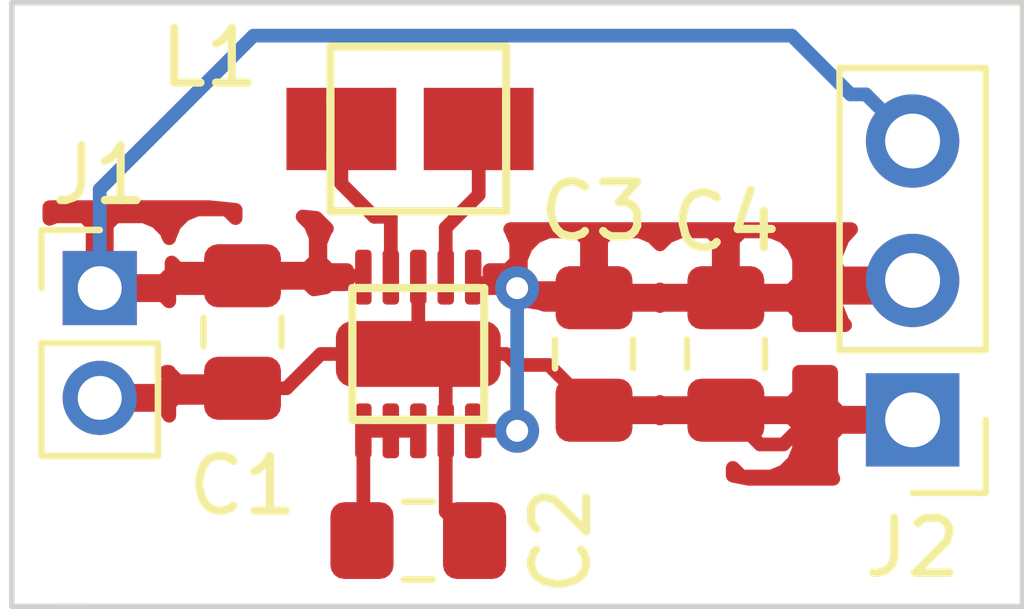
<source format=kicad_pcb>
(kicad_pcb (version 20171130) (host pcbnew 5.0.2+dfsg1-1~bpo9+1)

  (general
    (thickness 1.6)
    (drawings 6)
    (tracks 54)
    (zones 0)
    (modules 8)
    (nets 7)
  )

  (page A4)
  (layers
    (0 F.Cu signal)
    (31 B.Cu signal)
    (32 B.Adhes user)
    (33 F.Adhes user)
    (34 B.Paste user)
    (35 F.Paste user)
    (36 B.SilkS user)
    (37 F.SilkS user)
    (38 B.Mask user)
    (39 F.Mask user)
    (40 Dwgs.User user)
    (41 Cmts.User user)
    (42 Eco1.User user)
    (43 Eco2.User user)
    (44 Edge.Cuts user)
    (45 Margin user)
    (46 B.CrtYd user)
    (47 F.CrtYd user)
    (48 B.Fab user)
    (49 F.Fab user)
  )

  (setup
    (last_trace_width 0.25)
    (trace_clearance 0.2)
    (zone_clearance 0.508)
    (zone_45_only no)
    (trace_min 0.2)
    (segment_width 0.2)
    (edge_width 0.1)
    (via_size 0.8)
    (via_drill 0.4)
    (via_min_size 0.4)
    (via_min_drill 0.3)
    (uvia_size 0.3)
    (uvia_drill 0.1)
    (uvias_allowed no)
    (uvia_min_size 0.2)
    (uvia_min_drill 0.1)
    (pcb_text_width 0.3)
    (pcb_text_size 1.5 1.5)
    (mod_edge_width 0.15)
    (mod_text_size 1 1)
    (mod_text_width 0.15)
    (pad_size 1.5 1.5)
    (pad_drill 0.6)
    (pad_to_mask_clearance 0)
    (aux_axis_origin 0 0)
    (visible_elements FFFFFF7F)
    (pcbplotparams
      (layerselection 0x010fc_ffffffff)
      (usegerberextensions false)
      (usegerberattributes false)
      (usegerberadvancedattributes false)
      (creategerberjobfile false)
      (excludeedgelayer true)
      (linewidth 0.100000)
      (plotframeref false)
      (viasonmask false)
      (mode 1)
      (useauxorigin false)
      (hpglpennumber 1)
      (hpglpenspeed 20)
      (hpglpendiameter 15.000000)
      (psnegative false)
      (psa4output false)
      (plotreference true)
      (plotvalue true)
      (plotinvisibletext false)
      (padsonsilk false)
      (subtractmaskfromsilk false)
      (outputformat 1)
      (mirror false)
      (drillshape 1)
      (scaleselection 1)
      (outputdirectory ""))
  )

  (net 0 "")
  (net 1 GND)
  (net 2 "Net-(C3-Pad1)")
  (net 3 "Net-(C2-Pad1)")
  (net 4 "Net-(L1-Pad2)")
  (net 5 "Net-(L1-Pad1)")
  (net 6 VBAT)

  (net_class Default "This is the default net class."
    (clearance 0.2)
    (trace_width 0.25)
    (via_dia 0.8)
    (via_drill 0.4)
    (uvia_dia 0.3)
    (uvia_drill 0.1)
    (add_net GND)
    (add_net "Net-(C2-Pad1)")
    (add_net "Net-(C3-Pad1)")
    (add_net "Net-(L1-Pad1)")
    (add_net "Net-(L1-Pad2)")
    (add_net VBAT)
  )

  (module Capacitor_SMD:C_0805_2012Metric_Pad1.15x1.40mm_HandSolder (layer F.Cu) (tedit 5EDFA650) (tstamp 5EEC166B)
    (at 170.2 121.2 270)
    (descr "Capacitor SMD 0805 (2012 Metric), square (rectangular) end terminal, IPC_7351 nominal with elongated pad for handsoldering. (Body size source: https://docs.google.com/spreadsheets/d/1BsfQQcO9C6DZCsRaXUlFlo91Tg2WpOkGARC1WS5S8t0/edit?usp=sharing), generated with kicad-footprint-generator")
    (tags "capacitor handsolder")
    (path /5EDCA270)
    (attr smd)
    (fp_text reference C4 (at -2.4 0) (layer F.SilkS)
      (effects (font (size 1 1) (thickness 0.15)))
    )
    (fp_text value 10uF (at 0 1.65 270) (layer F.Fab) hide
      (effects (font (size 1 1) (thickness 0.15)))
    )
    (fp_text user %R (at 0 0 270) (layer F.Fab)
      (effects (font (size 0.5 0.5) (thickness 0.08)))
    )
    (fp_line (start 1.85 0.95) (end -1.85 0.95) (layer F.CrtYd) (width 0.05))
    (fp_line (start 1.85 -0.95) (end 1.85 0.95) (layer F.CrtYd) (width 0.05))
    (fp_line (start -1.85 -0.95) (end 1.85 -0.95) (layer F.CrtYd) (width 0.05))
    (fp_line (start -1.85 0.95) (end -1.85 -0.95) (layer F.CrtYd) (width 0.05))
    (fp_line (start -0.261252 0.71) (end 0.261252 0.71) (layer F.SilkS) (width 0.12))
    (fp_line (start -0.261252 -0.71) (end 0.261252 -0.71) (layer F.SilkS) (width 0.12))
    (fp_line (start 1 0.6) (end -1 0.6) (layer F.Fab) (width 0.1))
    (fp_line (start 1 -0.6) (end 1 0.6) (layer F.Fab) (width 0.1))
    (fp_line (start -1 -0.6) (end 1 -0.6) (layer F.Fab) (width 0.1))
    (fp_line (start -1 0.6) (end -1 -0.6) (layer F.Fab) (width 0.1))
    (pad 2 smd roundrect (at 1.025 0 270) (size 1.15 1.4) (layers F.Cu F.Paste F.Mask) (roundrect_rratio 0.217391)
      (net 1 GND))
    (pad 1 smd roundrect (at -1.025 0 270) (size 1.15 1.4) (layers F.Cu F.Paste F.Mask) (roundrect_rratio 0.217391)
      (net 2 "Net-(C3-Pad1)"))
    (model ${KISYS3DMOD}/Capacitor_SMD.3dshapes/C_0805_2012Metric.wrl
      (at (xyz 0 0 0))
      (scale (xyz 1 1 1))
      (rotate (xyz 0 0 0))
    )
  )

  (module Capacitor_SMD:C_0805_2012Metric_Pad1.15x1.40mm_HandSolder (layer F.Cu) (tedit 5EDFA64A) (tstamp 5EEC165A)
    (at 167.8 121.2 270)
    (descr "Capacitor SMD 0805 (2012 Metric), square (rectangular) end terminal, IPC_7351 nominal with elongated pad for handsoldering. (Body size source: https://docs.google.com/spreadsheets/d/1BsfQQcO9C6DZCsRaXUlFlo91Tg2WpOkGARC1WS5S8t0/edit?usp=sharing), generated with kicad-footprint-generator")
    (tags "capacitor handsolder")
    (path /5EDCA228)
    (attr smd)
    (fp_text reference C3 (at -2.6 0) (layer F.SilkS)
      (effects (font (size 1 1) (thickness 0.15)))
    )
    (fp_text value 10uF (at 0 1.65 270) (layer F.Fab) hide
      (effects (font (size 1 1) (thickness 0.15)))
    )
    (fp_line (start -1 0.6) (end -1 -0.6) (layer F.Fab) (width 0.1))
    (fp_line (start -1 -0.6) (end 1 -0.6) (layer F.Fab) (width 0.1))
    (fp_line (start 1 -0.6) (end 1 0.6) (layer F.Fab) (width 0.1))
    (fp_line (start 1 0.6) (end -1 0.6) (layer F.Fab) (width 0.1))
    (fp_line (start -0.261252 -0.71) (end 0.261252 -0.71) (layer F.SilkS) (width 0.12))
    (fp_line (start -0.261252 0.71) (end 0.261252 0.71) (layer F.SilkS) (width 0.12))
    (fp_line (start -1.85 0.95) (end -1.85 -0.95) (layer F.CrtYd) (width 0.05))
    (fp_line (start -1.85 -0.95) (end 1.85 -0.95) (layer F.CrtYd) (width 0.05))
    (fp_line (start 1.85 -0.95) (end 1.85 0.95) (layer F.CrtYd) (width 0.05))
    (fp_line (start 1.85 0.95) (end -1.85 0.95) (layer F.CrtYd) (width 0.05))
    (fp_text user %R (at 0 0 270) (layer F.Fab)
      (effects (font (size 0.5 0.5) (thickness 0.08)))
    )
    (pad 1 smd roundrect (at -1.025 0 270) (size 1.15 1.4) (layers F.Cu F.Paste F.Mask) (roundrect_rratio 0.217391)
      (net 2 "Net-(C3-Pad1)"))
    (pad 2 smd roundrect (at 1.025 0 270) (size 1.15 1.4) (layers F.Cu F.Paste F.Mask) (roundrect_rratio 0.217391)
      (net 1 GND))
    (model ${KISYS3DMOD}/Capacitor_SMD.3dshapes/C_0805_2012Metric.wrl
      (at (xyz 0 0 0))
      (scale (xyz 1 1 1))
      (rotate (xyz 0 0 0))
    )
  )

  (module Capacitor_SMD:C_0805_2012Metric_Pad1.15x1.40mm_HandSolder (layer F.Cu) (tedit 5EDFA65C) (tstamp 5EEC1649)
    (at 164.6 124.6)
    (descr "Capacitor SMD 0805 (2012 Metric), square (rectangular) end terminal, IPC_7351 nominal with elongated pad for handsoldering. (Body size source: https://docs.google.com/spreadsheets/d/1BsfQQcO9C6DZCsRaXUlFlo91Tg2WpOkGARC1WS5S8t0/edit?usp=sharing), generated with kicad-footprint-generator")
    (tags "capacitor handsolder")
    (path /5EDCA29C)
    (attr smd)
    (fp_text reference C2 (at 2.6 0 90) (layer F.SilkS)
      (effects (font (size 1 1) (thickness 0.15)))
    )
    (fp_text value "0.1 uF" (at 0 1.65) (layer F.Fab) hide
      (effects (font (size 1 1) (thickness 0.15)))
    )
    (fp_text user %R (at 0 0) (layer F.Fab)
      (effects (font (size 0.5 0.5) (thickness 0.08)))
    )
    (fp_line (start 1.85 0.95) (end -1.85 0.95) (layer F.CrtYd) (width 0.05))
    (fp_line (start 1.85 -0.95) (end 1.85 0.95) (layer F.CrtYd) (width 0.05))
    (fp_line (start -1.85 -0.95) (end 1.85 -0.95) (layer F.CrtYd) (width 0.05))
    (fp_line (start -1.85 0.95) (end -1.85 -0.95) (layer F.CrtYd) (width 0.05))
    (fp_line (start -0.261252 0.71) (end 0.261252 0.71) (layer F.SilkS) (width 0.12))
    (fp_line (start -0.261252 -0.71) (end 0.261252 -0.71) (layer F.SilkS) (width 0.12))
    (fp_line (start 1 0.6) (end -1 0.6) (layer F.Fab) (width 0.1))
    (fp_line (start 1 -0.6) (end 1 0.6) (layer F.Fab) (width 0.1))
    (fp_line (start -1 -0.6) (end 1 -0.6) (layer F.Fab) (width 0.1))
    (fp_line (start -1 0.6) (end -1 -0.6) (layer F.Fab) (width 0.1))
    (pad 2 smd roundrect (at 1.025 0) (size 1.15 1.4) (layers F.Cu F.Paste F.Mask) (roundrect_rratio 0.217391)
      (net 1 GND))
    (pad 1 smd roundrect (at -1.025 0) (size 1.15 1.4) (layers F.Cu F.Paste F.Mask) (roundrect_rratio 0.217391)
      (net 3 "Net-(C2-Pad1)"))
    (model ${KISYS3DMOD}/Capacitor_SMD.3dshapes/C_0805_2012Metric.wrl
      (at (xyz 0 0 0))
      (scale (xyz 1 1 1))
      (rotate (xyz 0 0 0))
    )
  )

  (module Capacitor_SMD:C_0805_2012Metric_Pad1.15x1.40mm_HandSolder (layer F.Cu) (tedit 5EDFA670) (tstamp 5EEC1638)
    (at 161.4 120.8 270)
    (descr "Capacitor SMD 0805 (2012 Metric), square (rectangular) end terminal, IPC_7351 nominal with elongated pad for handsoldering. (Body size source: https://docs.google.com/spreadsheets/d/1BsfQQcO9C6DZCsRaXUlFlo91Tg2WpOkGARC1WS5S8t0/edit?usp=sharing), generated with kicad-footprint-generator")
    (tags "capacitor handsolder")
    (path /5EDCA1D8)
    (attr smd)
    (fp_text reference C1 (at 2.8 0) (layer F.SilkS)
      (effects (font (size 1 1) (thickness 0.15)))
    )
    (fp_text value 10uF (at 0 1.65 270) (layer F.Fab) hide
      (effects (font (size 1 1) (thickness 0.15)))
    )
    (fp_line (start -1 0.6) (end -1 -0.6) (layer F.Fab) (width 0.1))
    (fp_line (start -1 -0.6) (end 1 -0.6) (layer F.Fab) (width 0.1))
    (fp_line (start 1 -0.6) (end 1 0.6) (layer F.Fab) (width 0.1))
    (fp_line (start 1 0.6) (end -1 0.6) (layer F.Fab) (width 0.1))
    (fp_line (start -0.261252 -0.71) (end 0.261252 -0.71) (layer F.SilkS) (width 0.12))
    (fp_line (start -0.261252 0.71) (end 0.261252 0.71) (layer F.SilkS) (width 0.12))
    (fp_line (start -1.85 0.95) (end -1.85 -0.95) (layer F.CrtYd) (width 0.05))
    (fp_line (start -1.85 -0.95) (end 1.85 -0.95) (layer F.CrtYd) (width 0.05))
    (fp_line (start 1.85 -0.95) (end 1.85 0.95) (layer F.CrtYd) (width 0.05))
    (fp_line (start 1.85 0.95) (end -1.85 0.95) (layer F.CrtYd) (width 0.05))
    (fp_text user %R (at 0 0 270) (layer F.Fab)
      (effects (font (size 0.5 0.5) (thickness 0.08)))
    )
    (pad 1 smd roundrect (at -1.025 0 270) (size 1.15 1.4) (layers F.Cu F.Paste F.Mask) (roundrect_rratio 0.217391)
      (net 6 VBAT))
    (pad 2 smd roundrect (at 1.025 0 270) (size 1.15 1.4) (layers F.Cu F.Paste F.Mask) (roundrect_rratio 0.217391)
      (net 1 GND))
    (model ${KISYS3DMOD}/Capacitor_SMD.3dshapes/C_0805_2012Metric.wrl
      (at (xyz 0 0 0))
      (scale (xyz 1 1 1))
      (rotate (xyz 0 0 0))
    )
  )

  (module Connector_PinHeader_2.00mm:PinHeader_1x02_P2.00mm_Vertical (layer F.Cu) (tedit 59FED667) (tstamp 5EEC1627)
    (at 158.8 120)
    (descr "Through hole straight pin header, 1x02, 2.00mm pitch, single row")
    (tags "Through hole pin header THT 1x02 2.00mm single row")
    (path /5EDCA125)
    (fp_text reference J1 (at 0 -2.06) (layer F.SilkS)
      (effects (font (size 1 1) (thickness 0.15)))
    )
    (fp_text value BATT (at 0 4.06) (layer F.Fab)
      (effects (font (size 1 1) (thickness 0.15)))
    )
    (fp_line (start -0.5 -1) (end 1 -1) (layer F.Fab) (width 0.1))
    (fp_line (start 1 -1) (end 1 3) (layer F.Fab) (width 0.1))
    (fp_line (start 1 3) (end -1 3) (layer F.Fab) (width 0.1))
    (fp_line (start -1 3) (end -1 -0.5) (layer F.Fab) (width 0.1))
    (fp_line (start -1 -0.5) (end -0.5 -1) (layer F.Fab) (width 0.1))
    (fp_line (start -1.06 3.06) (end 1.06 3.06) (layer F.SilkS) (width 0.12))
    (fp_line (start -1.06 1) (end -1.06 3.06) (layer F.SilkS) (width 0.12))
    (fp_line (start 1.06 1) (end 1.06 3.06) (layer F.SilkS) (width 0.12))
    (fp_line (start -1.06 1) (end 1.06 1) (layer F.SilkS) (width 0.12))
    (fp_line (start -1.06 0) (end -1.06 -1.06) (layer F.SilkS) (width 0.12))
    (fp_line (start -1.06 -1.06) (end 0 -1.06) (layer F.SilkS) (width 0.12))
    (fp_line (start -1.5 -1.5) (end -1.5 3.5) (layer F.CrtYd) (width 0.05))
    (fp_line (start -1.5 3.5) (end 1.5 3.5) (layer F.CrtYd) (width 0.05))
    (fp_line (start 1.5 3.5) (end 1.5 -1.5) (layer F.CrtYd) (width 0.05))
    (fp_line (start 1.5 -1.5) (end -1.5 -1.5) (layer F.CrtYd) (width 0.05))
    (fp_text user %R (at 0 1 90) (layer F.Fab)
      (effects (font (size 1 1) (thickness 0.15)))
    )
    (pad 1 thru_hole rect (at 0 0) (size 1.35 1.35) (drill 0.8) (layers *.Cu *.Mask)
      (net 6 VBAT))
    (pad 2 thru_hole oval (at 0 2) (size 1.35 1.35) (drill 0.8) (layers *.Cu *.Mask)
      (net 1 GND))
    (model ${KISYS3DMOD}/Connector_PinHeader_2.00mm.3dshapes/PinHeader_1x02_P2.00mm_Vertical.wrl
      (at (xyz 0 0 0))
      (scale (xyz 1 1 1))
      (rotate (xyz 0 0 0))
    )
  )

  (module Connector_PinHeader_2.54mm:PinHeader_1x03_P2.54mm_Vertical (layer F.Cu) (tedit 5EDFA69B) (tstamp 5EEC1611)
    (at 173.6 122.4 180)
    (descr "Through hole straight pin header, 1x03, 2.54mm pitch, single row")
    (tags "Through hole pin header THT 1x03 2.54mm single row")
    (path /5EDCCE78)
    (fp_text reference J2 (at 0 -2.33 180) (layer F.SilkS)
      (effects (font (size 1 1) (thickness 0.15)))
    )
    (fp_text value 3.3V (at 0 7.41 180) (layer F.Fab) hide
      (effects (font (size 1 1) (thickness 0.15)))
    )
    (fp_line (start -0.635 -1.27) (end 1.27 -1.27) (layer F.Fab) (width 0.1))
    (fp_line (start 1.27 -1.27) (end 1.27 6.35) (layer F.Fab) (width 0.1))
    (fp_line (start 1.27 6.35) (end -1.27 6.35) (layer F.Fab) (width 0.1))
    (fp_line (start -1.27 6.35) (end -1.27 -0.635) (layer F.Fab) (width 0.1))
    (fp_line (start -1.27 -0.635) (end -0.635 -1.27) (layer F.Fab) (width 0.1))
    (fp_line (start -1.33 6.41) (end 1.33 6.41) (layer F.SilkS) (width 0.12))
    (fp_line (start -1.33 1.27) (end -1.33 6.41) (layer F.SilkS) (width 0.12))
    (fp_line (start 1.33 1.27) (end 1.33 6.41) (layer F.SilkS) (width 0.12))
    (fp_line (start -1.33 1.27) (end 1.33 1.27) (layer F.SilkS) (width 0.12))
    (fp_line (start -1.33 0) (end -1.33 -1.33) (layer F.SilkS) (width 0.12))
    (fp_line (start -1.33 -1.33) (end 0 -1.33) (layer F.SilkS) (width 0.12))
    (fp_line (start -1.8 -1.8) (end -1.8 6.85) (layer F.CrtYd) (width 0.05))
    (fp_line (start -1.8 6.85) (end 1.8 6.85) (layer F.CrtYd) (width 0.05))
    (fp_line (start 1.8 6.85) (end 1.8 -1.8) (layer F.CrtYd) (width 0.05))
    (fp_line (start 1.8 -1.8) (end -1.8 -1.8) (layer F.CrtYd) (width 0.05))
    (fp_text user %R (at 0 2.54 270) (layer F.Fab)
      (effects (font (size 1 1) (thickness 0.15)))
    )
    (pad 1 thru_hole rect (at 0 0 180) (size 1.7 1.7) (drill 1) (layers *.Cu *.Mask)
      (net 1 GND))
    (pad 2 thru_hole oval (at 0 2.54 180) (size 1.7 1.7) (drill 1) (layers *.Cu *.Mask)
      (net 2 "Net-(C3-Pad1)"))
    (pad 3 thru_hole oval (at 0 5.08 180) (size 1.7 1.7) (drill 1) (layers *.Cu *.Mask)
      (net 6 VBAT))
    (model ${KISYS3DMOD}/Connector_PinHeader_2.54mm.3dshapes/PinHeader_1x03_P2.54mm_Vertical.wrl
      (at (xyz 0 0 0))
      (scale (xyz 1 1 1))
      (rotate (xyz 0 0 0))
    )
  )

  (module "coil:Murata 1266AS-H-1R5N=P2" (layer F.Cu) (tedit 5EDFA63E) (tstamp 5EEC15FA)
    (at 164.2 116.6 180)
    (path /5EDCA422)
    (fp_text reference L1 (at 3.4 0.8 180) (layer F.SilkS)
      (effects (font (size 1 1) (thickness 0.15)))
    )
    (fp_text value "1.5uH Murata" (at 0.75 2.25 180) (layer F.Fab) hide
      (effects (font (size 1 1) (thickness 0.15)))
    )
    (fp_line (start -2 1) (end -2 -2) (layer F.SilkS) (width 0.15))
    (fp_line (start 0 1) (end -2 1) (layer F.SilkS) (width 0.15))
    (fp_line (start 0.2 1) (end 0 1) (layer F.SilkS) (width 0.15))
    (fp_line (start 1.2 1) (end 0.2 1) (layer F.SilkS) (width 0.15))
    (fp_line (start 1.2 0) (end 1.2 1) (layer F.SilkS) (width 0.15))
    (fp_line (start 1.2 -1) (end 1.2 0) (layer F.SilkS) (width 0.15))
    (fp_line (start 1.2 -2) (end 1.2 -1) (layer F.SilkS) (width 0.15))
    (fp_line (start 1 -2) (end 1.2 -2) (layer F.SilkS) (width 0.15))
    (fp_line (start -2 -2) (end 1 -2) (layer F.SilkS) (width 0.15))
    (pad 2 smd rect (at -1.5 -0.5 180) (size 2 1.5) (layers F.Cu F.Paste F.Mask)
      (net 4 "Net-(L1-Pad2)"))
    (pad 1 smd rect (at 1 -0.5 180) (size 2 1.5) (layers F.Cu F.Paste F.Mask)
      (net 5 "Net-(L1-Pad1)"))
  )

  (module tps6303x:TPS6303x (layer F.Cu) (tedit 5EDFA6D9) (tstamp 5EEC15EB)
    (at 164.6 121.2 270)
    (path /5EDCA7E8)
    (fp_text reference U1 (at 2 2 270) (layer F.SilkS) hide
      (effects (font (size 1 1) (thickness 0.15)))
    )
    (fp_text value TPS63031DSKT (at 4.3 2.1 270) (layer F.Fab) hide
      (effects (font (size 1 1) (thickness 0.15)))
    )
    (fp_line (start -1.2 1.2) (end -1.2 -1.2) (layer F.SilkS) (width 0.15))
    (fp_line (start 1.2 1.2) (end -1.2 1.2) (layer F.SilkS) (width 0.15))
    (fp_line (start 1.2 -1.2) (end 1.2 1.2) (layer F.SilkS) (width 0.15))
    (fp_line (start -1.2 -1.2) (end 1.2 -1.2) (layer F.SilkS) (width 0.15))
    (fp_line (start 1.2 1.1) (end 1.2 -1.1) (layer F.SilkS) (width 0.15))
    (fp_line (start -1.2 -1.1) (end -1.2 1.1) (layer F.SilkS) (width 0.15))
    (fp_line (start -1.2 0) (end -1.2 -1.1) (layer F.SilkS) (width 0.15))
    (pad 3 smd roundrect (at 0 0 270) (size 1.2 3) (layers F.Cu F.Paste F.Mask) (roundrect_rratio 0.25)
      (net 1 GND))
    (pad 10 smd roundrect (at 1.4 -1 270) (size 1 0.3) (layers F.Cu F.Paste F.Mask) (roundrect_rratio 0.25)
      (net 2 "Net-(C3-Pad1)"))
    (pad 9 smd roundrect (at 1.4 -0.5 270) (size 1 0.3) (layers F.Cu F.Paste F.Mask) (roundrect_rratio 0.25)
      (net 1 GND))
    (pad 8 smd roundrect (at 1.4 0 270) (size 1 0.3) (layers F.Cu F.Paste F.Mask) (roundrect_rratio 0.25)
      (net 3 "Net-(C2-Pad1)"))
    (pad 7 smd roundrect (at 1.4 0.5 270) (size 1 0.3) (layers F.Cu F.Paste F.Mask) (roundrect_rratio 0.25)
      (net 3 "Net-(C2-Pad1)"))
    (pad 6 smd roundrect (at 1.4 1 270) (size 1 0.3) (layers F.Cu F.Paste F.Mask) (roundrect_rratio 0.25)
      (net 3 "Net-(C2-Pad1)"))
    (pad 1 smd roundrect (at -1.4 -1 270) (size 1 0.3) (layers F.Cu F.Paste F.Mask) (roundrect_rratio 0.25)
      (net 2 "Net-(C3-Pad1)"))
    (pad 2 smd roundrect (at -1.4 -0.5 270) (size 1 0.3) (layers F.Cu F.Paste F.Mask) (roundrect_rratio 0.25)
      (net 4 "Net-(L1-Pad2)"))
    (pad 3 smd roundrect (at -1.4 0 270) (size 1 0.3) (layers F.Cu F.Paste F.Mask) (roundrect_rratio 0.25)
      (net 1 GND))
    (pad 4 smd roundrect (at -1.4 0.5 270) (size 1 0.3) (layers F.Cu F.Paste F.Mask) (roundrect_rratio 0.25)
      (net 5 "Net-(L1-Pad1)"))
    (pad 5 smd roundrect (at -1.4 1 270) (size 1 0.3) (layers F.Cu F.Paste F.Mask) (roundrect_rratio 0.25)
      (net 6 VBAT))
  )

  (gr_line (start 157.2 125.8) (end 158.6 125.8) (layer Edge.Cuts) (width 0.1))
  (gr_line (start 157.2 121.4) (end 157.2 125.8) (layer Edge.Cuts) (width 0.1))
  (gr_line (start 157.2 114.8) (end 157.2 121.4) (layer Edge.Cuts) (width 0.1))
  (gr_line (start 175.6 114.8) (end 157.2 114.8) (layer Edge.Cuts) (width 0.1))
  (gr_line (start 175.6 125.8) (end 175.6 114.8) (layer Edge.Cuts) (width 0.1))
  (gr_line (start 158 125.8) (end 175.6 125.8) (layer Edge.Cuts) (width 0.1))

  (segment (start 161.225 122) (end 161.4 121.825) (width 0.25) (layer F.Cu) (net 1))
  (segment (start 158.8 122) (end 161.225 122) (width 0.25) (layer F.Cu) (net 1))
  (segment (start 165.1 124.075) (end 165.625 124.6) (width 0.25) (layer F.Cu) (net 1))
  (segment (start 165.1 122.6) (end 165.1 124.075) (width 0.25) (layer F.Cu) (net 1))
  (segment (start 163 121.2) (end 164.6 121.2) (width 0.25) (layer F.Cu) (net 1))
  (segment (start 162.2 121.825) (end 162.825 121.2) (width 0.25) (layer F.Cu) (net 1))
  (segment (start 162.825 121.2) (end 163 121.2) (width 0.25) (layer F.Cu) (net 1))
  (segment (start 161.4 121.825) (end 162.2 121.825) (width 0.25) (layer F.Cu) (net 1))
  (segment (start 165.1 121.7) (end 165.1 122.6) (width 0.25) (layer F.Cu) (net 1))
  (segment (start 164.6 121.2) (end 165.1 121.7) (width 0.25) (layer F.Cu) (net 1))
  (segment (start 166.2 121.2) (end 166.4 121.4) (width 0.25) (layer F.Cu) (net 1))
  (segment (start 164.6 121.2) (end 166.2 121.2) (width 0.25) (layer F.Cu) (net 1))
  (segment (start 166.975 121.4) (end 167 121.425) (width 0.25) (layer F.Cu) (net 1))
  (segment (start 166.4 121.4) (end 166.975 121.4) (width 0.25) (layer F.Cu) (net 1))
  (segment (start 167 121.425) (end 167.8 122.225) (width 0.25) (layer F.Cu) (net 1))
  (segment (start 167.8 122.225) (end 170.2 122.225) (width 0.25) (layer F.Cu) (net 1))
  (segment (start 170.823372 122.848372) (end 171.248372 122.848372) (width 0.25) (layer F.Cu) (net 1))
  (segment (start 170.2 122.225) (end 170.823372 122.848372) (width 0.25) (layer F.Cu) (net 1))
  (segment (start 171.696744 122.4) (end 173.6 122.4) (width 0.25) (layer F.Cu) (net 1))
  (segment (start 171.248372 122.848372) (end 171.696744 122.4) (width 0.25) (layer F.Cu) (net 1))
  (segment (start 164.6 119.8) (end 164.6 121.2) (width 0.25) (layer F.Cu) (net 1))
  (segment (start 165.6 122.6) (end 166.4 122.6) (width 0.25) (layer F.Cu) (net 2))
  (via (at 166.4 122.6) (size 0.8) (drill 0.4) (layers F.Cu B.Cu) (net 2))
  (segment (start 166.4 122.6) (end 166.4 122.034315) (width 0.25) (layer B.Cu) (net 2))
  (via (at 166.4 120) (size 0.8) (drill 0.4) (layers F.Cu B.Cu) (net 2))
  (segment (start 166.4 122.034315) (end 166.4 120) (width 0.25) (layer B.Cu) (net 2))
  (segment (start 167.625 120) (end 167.8 120.175) (width 0.25) (layer F.Cu) (net 2))
  (segment (start 166.4 120) (end 167.625 120) (width 0.25) (layer F.Cu) (net 2))
  (segment (start 165.8 120) (end 165.6 119.8) (width 0.25) (layer F.Cu) (net 2))
  (segment (start 166.4 120) (end 165.8 120) (width 0.25) (layer F.Cu) (net 2))
  (segment (start 167.8 120.175) (end 170.2 120.175) (width 0.25) (layer F.Cu) (net 2))
  (segment (start 173.285 120.175) (end 173.6 119.86) (width 0.25) (layer F.Cu) (net 2))
  (segment (start 170.2 120.175) (end 173.285 120.175) (width 0.25) (layer F.Cu) (net 2))
  (segment (start 163.6 124.575) (end 163.575 124.6) (width 0.25) (layer F.Cu) (net 3))
  (segment (start 163.6 122.6) (end 163.6 124.575) (width 0.25) (layer F.Cu) (net 3))
  (segment (start 163.6 122.6) (end 164.1 122.6) (width 0.25) (layer F.Cu) (net 3))
  (segment (start 164.1 122.6) (end 164.6 122.6) (width 0.25) (layer F.Cu) (net 3))
  (segment (start 165.1 119.8) (end 165.1 118.9) (width 0.25) (layer F.Cu) (net 4))
  (segment (start 165.7 118.3) (end 165.7 117.1) (width 0.25) (layer F.Cu) (net 4))
  (segment (start 165.1 118.9) (end 165.7 118.3) (width 0.25) (layer F.Cu) (net 4))
  (segment (start 164.1 119.8) (end 164.1 118.7) (width 0.25) (layer F.Cu) (net 5))
  (segment (start 163.2 118.1) (end 163.2 117.1) (width 0.25) (layer F.Cu) (net 5))
  (segment (start 163.8 118.7) (end 163.2 118.1) (width 0.25) (layer F.Cu) (net 5))
  (segment (start 164.1 118.7) (end 163.8 118.7) (width 0.25) (layer F.Cu) (net 5))
  (segment (start 161.175 120) (end 161.4 119.775) (width 0.25) (layer F.Cu) (net 6))
  (segment (start 158.8 120) (end 161.175 120) (width 0.25) (layer F.Cu) (net 6))
  (segment (start 163.575 119.775) (end 163.6 119.8) (width 0.25) (layer F.Cu) (net 6))
  (segment (start 161.4 119.775) (end 163.575 119.775) (width 0.25) (layer F.Cu) (net 6))
  (segment (start 172.750001 116.470001) (end 172.470001 116.470001) (width 0.25) (layer B.Cu) (net 6))
  (segment (start 173.6 117.32) (end 172.750001 116.470001) (width 0.25) (layer B.Cu) (net 6))
  (segment (start 172.470001 116.470001) (end 171.4 115.4) (width 0.25) (layer B.Cu) (net 6))
  (segment (start 171.4 115.4) (end 161.6 115.4) (width 0.25) (layer B.Cu) (net 6))
  (segment (start 158.8 118.2) (end 158.8 120) (width 0.25) (layer B.Cu) (net 6))
  (segment (start 161.6 115.4) (end 158.8 118.2) (width 0.25) (layer B.Cu) (net 6))

  (zone (net 1) (net_name GND) (layer F.Cu) (tstamp 0) (hatch edge 0.508)
    (connect_pads (clearance 0.508))
    (min_thickness 0.254)
    (fill yes (arc_segments 16) (thermal_gap 0.508) (thermal_bridge_width 0.508))
    (polygon
      (pts
        (xy 158.2 121.4) (xy 160.4 121.4) (xy 161.2 121) (xy 162.8 121) (xy 163 120.8)
        (xy 166.2 120.8) (xy 167.2 121.4) (xy 168.6 121.4) (xy 171.2 121.4) (xy 174.8 121.4)
        (xy 174.8 123.6) (xy 170.6 123.6) (xy 169.6 123.4) (xy 165.8 123.4) (xy 162.6 123.4)
        (xy 162.2 123) (xy 158 122.8) (xy 158.2 122.8)
      )
    )
    (filled_polygon
      (pts
        (xy 172.115 122.11425) (xy 172.27375 122.273) (xy 173.473 122.273) (xy 173.473 122.253) (xy 173.727 122.253)
        (xy 173.727 122.273) (xy 173.747 122.273) (xy 173.747 122.527) (xy 173.727 122.527) (xy 173.727 122.547)
        (xy 173.473 122.547) (xy 173.473 122.527) (xy 172.27375 122.527) (xy 172.115 122.68575) (xy 172.115 123.37631)
        (xy 172.15505 123.473) (xy 170.612577 123.473) (xy 170.327002 123.415885) (xy 170.327002 123.276252) (xy 170.48575 123.435)
        (xy 171.02631 123.435) (xy 171.259699 123.338327) (xy 171.438327 123.159698) (xy 171.535 122.926309) (xy 171.535 122.51075)
        (xy 171.37625 122.352) (xy 170.327 122.352) (xy 170.327 122.372) (xy 170.073 122.372) (xy 170.073 122.352)
        (xy 169.02375 122.352) (xy 169 122.37575) (xy 168.97625 122.352) (xy 167.927 122.352) (xy 167.927 122.372)
        (xy 167.673 122.372) (xy 167.673 122.352) (xy 167.653 122.352) (xy 167.653 122.098) (xy 167.673 122.098)
        (xy 167.673 122.078) (xy 167.927 122.078) (xy 167.927 122.098) (xy 168.97625 122.098) (xy 169 122.07425)
        (xy 169.02375 122.098) (xy 170.073 122.098) (xy 170.073 122.078) (xy 170.327 122.078) (xy 170.327 122.098)
        (xy 171.37625 122.098) (xy 171.535 121.93925) (xy 171.535 121.527) (xy 172.115 121.527)
      )
    )
    (filled_polygon
      (pts
        (xy 160.065 121.53925) (xy 160.22375 121.698) (xy 161.273 121.698) (xy 161.273 121.678) (xy 161.527 121.678)
        (xy 161.527 121.698) (xy 161.547 121.698) (xy 161.547 121.952) (xy 161.527 121.952) (xy 161.527 121.972)
        (xy 161.273 121.972) (xy 161.273 121.952) (xy 160.22375 121.952) (xy 160.065 122.11075) (xy 160.065 122.324638)
        (xy 159.944224 122.127) (xy 158.927 122.127) (xy 158.927 122.147) (xy 158.673 122.147) (xy 158.673 122.127)
        (xy 158.653 122.127) (xy 158.653 121.873) (xy 158.673 121.873) (xy 158.673 121.853) (xy 158.927 121.853)
        (xy 158.927 121.873) (xy 159.944224 121.873) (xy 160.06791 121.6706) (xy 160.008434 121.527) (xy 160.065 121.527)
      )
    )
    (filled_polygon
      (pts
        (xy 164.727 121.073) (xy 164.747 121.073) (xy 164.747 121.327) (xy 164.727 121.327) (xy 164.727 121.347)
        (xy 164.473 121.347) (xy 164.473 121.327) (xy 164.453 121.327) (xy 164.453 121.073) (xy 164.473 121.073)
        (xy 164.473 121.053) (xy 164.727 121.053)
      )
    )
  )
  (zone (net 2) (net_name "Net-(C3-Pad1)") (layer F.Cu) (tstamp 0) (hatch edge 0.508)
    (connect_pads (clearance 0.508))
    (min_thickness 0.254)
    (fill yes (arc_segments 16) (thermal_gap 0.508) (thermal_bridge_width 0.508))
    (polygon
      (pts
        (xy 174.8 118.8) (xy 169.4 118.8) (xy 166.2 118.8) (xy 165.6 119.4) (xy 165.6 120.2)
        (xy 166.8 120.4) (xy 167.2 120.6) (xy 171.4 120.8) (xy 174.8 120.8)
      )
    )
    (filled_polygon
      (pts
        (xy 172.328355 119.093076) (xy 172.158524 119.50311) (xy 172.279845 119.733) (xy 173.473 119.733) (xy 173.473 119.713)
        (xy 173.727 119.713) (xy 173.727 119.733) (xy 173.747 119.733) (xy 173.747 119.987) (xy 173.727 119.987)
        (xy 173.727 120.007) (xy 173.473 120.007) (xy 173.473 119.987) (xy 172.279845 119.987) (xy 172.158524 120.21689)
        (xy 172.328355 120.626924) (xy 172.370346 120.673) (xy 171.535 120.673) (xy 171.535 120.46075) (xy 171.37625 120.302)
        (xy 170.327 120.302) (xy 170.327 120.322) (xy 170.073 120.322) (xy 170.073 120.302) (xy 169.02375 120.302)
        (xy 169 120.32575) (xy 168.97625 120.302) (xy 167.927 120.302) (xy 167.927 120.322) (xy 167.673 120.322)
        (xy 167.673 120.302) (xy 166.88798 120.302) (xy 166.856796 120.286408) (xy 166.820879 120.274728) (xy 166.442383 120.211645)
        (xy 166.385 120.173303) (xy 166.385 120.08575) (xy 166.22625 119.927) (xy 165.89744 119.927) (xy 165.89744 119.673)
        (xy 166.22625 119.673) (xy 166.385 119.51425) (xy 166.385 119.473691) (xy 166.465 119.473691) (xy 166.465 119.88925)
        (xy 166.62375 120.048) (xy 167.673 120.048) (xy 167.673 119.12375) (xy 167.927 119.12375) (xy 167.927 120.048)
        (xy 168.97625 120.048) (xy 169 120.02425) (xy 169.02375 120.048) (xy 170.073 120.048) (xy 170.073 119.12375)
        (xy 170.327 119.12375) (xy 170.327 120.048) (xy 171.37625 120.048) (xy 171.535 119.88925) (xy 171.535 119.473691)
        (xy 171.438327 119.240302) (xy 171.259699 119.061673) (xy 171.02631 118.965) (xy 170.48575 118.965) (xy 170.327 119.12375)
        (xy 170.073 119.12375) (xy 169.91425 118.965) (xy 169.37369 118.965) (xy 169.140301 119.061673) (xy 169 119.201975)
        (xy 168.859699 119.061673) (xy 168.62631 118.965) (xy 168.08575 118.965) (xy 167.927 119.12375) (xy 167.673 119.12375)
        (xy 167.51425 118.965) (xy 166.97369 118.965) (xy 166.740301 119.061673) (xy 166.561673 119.240302) (xy 166.465 119.473691)
        (xy 166.385 119.473691) (xy 166.385 119.173691) (xy 166.288327 118.940302) (xy 166.275025 118.927) (xy 172.479706 118.927)
      )
    )
  )
  (zone (net 6) (net_name VBAT) (layer F.Cu) (tstamp 0) (hatch edge 0.508)
    (connect_pads (clearance 0.508))
    (min_thickness 0.254)
    (fill yes (arc_segments 16) (thermal_gap 0.508) (thermal_bridge_width 0.508))
    (polygon
      (pts
        (xy 157.6 118.4) (xy 160.8 118.4) (xy 162.8 118.6) (xy 163.6 119.4) (xy 163.6 120)
        (xy 162.4 120.2) (xy 161.8 120.4) (xy 160 120.4) (xy 157.8 120.6)
      )
    )
    (filled_polygon
      (pts
        (xy 161.272998 118.574933) (xy 161.272998 118.723748) (xy 161.11425 118.565) (xy 160.57369 118.565) (xy 160.340301 118.661673)
        (xy 160.161673 118.840302) (xy 160.065 119.073691) (xy 160.065 119.090051) (xy 160.013327 118.965301) (xy 159.834698 118.786673)
        (xy 159.601309 118.69) (xy 159.08575 118.69) (xy 158.927 118.84875) (xy 158.927 119.873) (xy 159.95125 119.873)
        (xy 160.11 119.71425) (xy 160.11 119.53425) (xy 160.22375 119.648) (xy 161.273 119.648) (xy 161.273 119.628)
        (xy 161.527 119.628) (xy 161.527 119.648) (xy 162.57625 119.648) (xy 162.735 119.48925) (xy 162.735 119.073691)
        (xy 162.638327 118.840302) (xy 162.495177 118.697151) (xy 162.742253 118.721859) (xy 162.936185 118.915791) (xy 162.911673 118.940302)
        (xy 162.815 119.173691) (xy 162.815 119.51425) (xy 162.97375 119.673) (xy 163.30256 119.673) (xy 163.30256 119.920822)
        (xy 163.26549 119.927) (xy 162.97375 119.927) (xy 162.915402 119.985348) (xy 162.696141 120.021891) (xy 162.57625 119.902)
        (xy 161.527 119.902) (xy 161.527 119.922) (xy 161.273 119.922) (xy 161.273 119.902) (xy 160.22375 119.902)
        (xy 160.065 120.06075) (xy 160.065 120.24075) (xy 159.95125 120.127) (xy 158.927 120.127) (xy 158.927 120.147)
        (xy 158.673 120.147) (xy 158.673 120.127) (xy 158.653 120.127) (xy 158.653 119.873) (xy 158.673 119.873)
        (xy 158.673 118.84875) (xy 158.51425 118.69) (xy 157.998691 118.69) (xy 157.885 118.737092) (xy 157.885 118.527)
        (xy 160.793663 118.527)
      )
    )
  )
)

</source>
